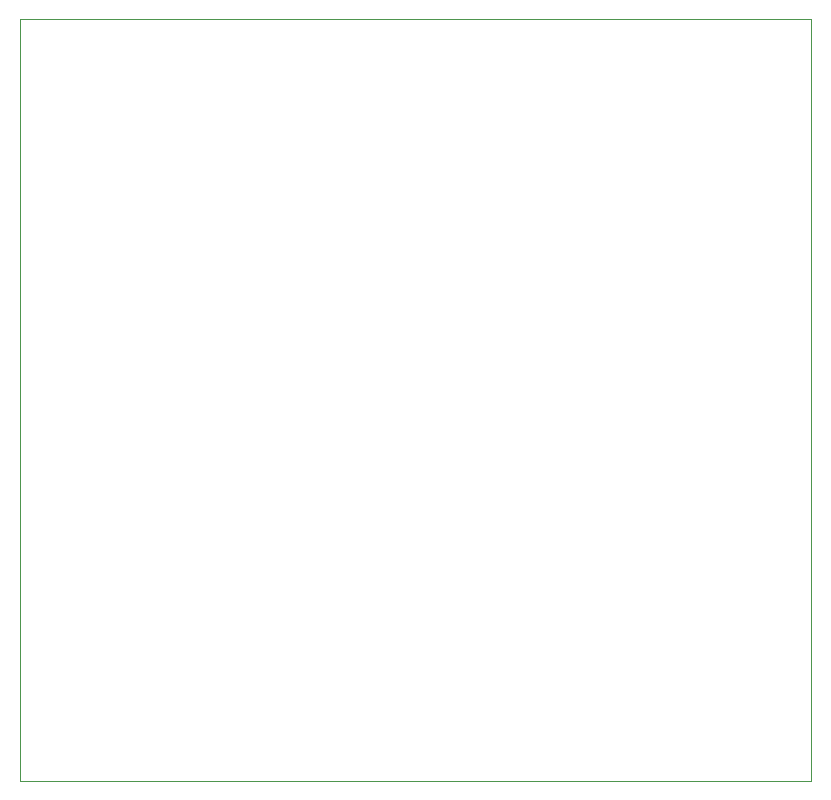
<source format=gbr>
%TF.GenerationSoftware,KiCad,Pcbnew,8.0.6-8.0.6-0~ubuntu24.04.1*%
%TF.CreationDate,2025-03-25T09:50:37-04:00*%
%TF.ProjectId,mesh-base,6d657368-2d62-4617-9365-2e6b69636164,rev?*%
%TF.SameCoordinates,Original*%
%TF.FileFunction,Profile,NP*%
%FSLAX46Y46*%
G04 Gerber Fmt 4.6, Leading zero omitted, Abs format (unit mm)*
G04 Created by KiCad (PCBNEW 8.0.6-8.0.6-0~ubuntu24.04.1) date 2025-03-25 09:50:37*
%MOMM*%
%LPD*%
G01*
G04 APERTURE LIST*
%TA.AperFunction,Profile*%
%ADD10C,0.050000*%
%TD*%
G04 APERTURE END LIST*
D10*
X61500000Y-48500000D02*
X128500000Y-48500000D01*
X128500000Y-113000000D01*
X61500000Y-113000000D01*
X61500000Y-48500000D01*
M02*

</source>
